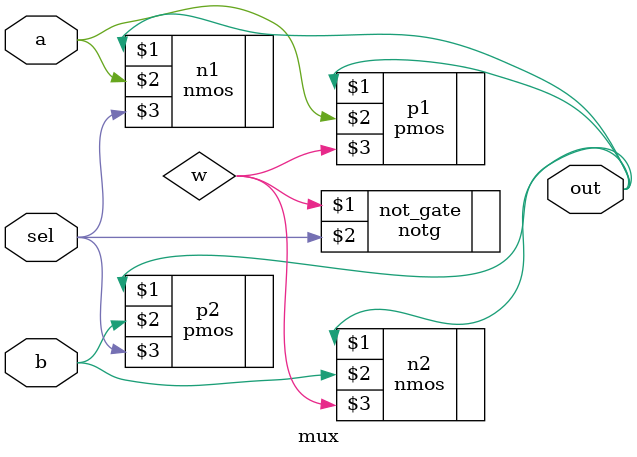
<source format=v>
`timescale 1ns / 1ps

module mux(out, sel, a, b);
input sel, a, b;
output out;
wire w;
notg not_gate(w, sel);
pmos p1(out, a, w);
nmos n1(out, a, sel);
pmos p2(out, b, sel);
nmos n2(out, b, w);
endmodule

</source>
